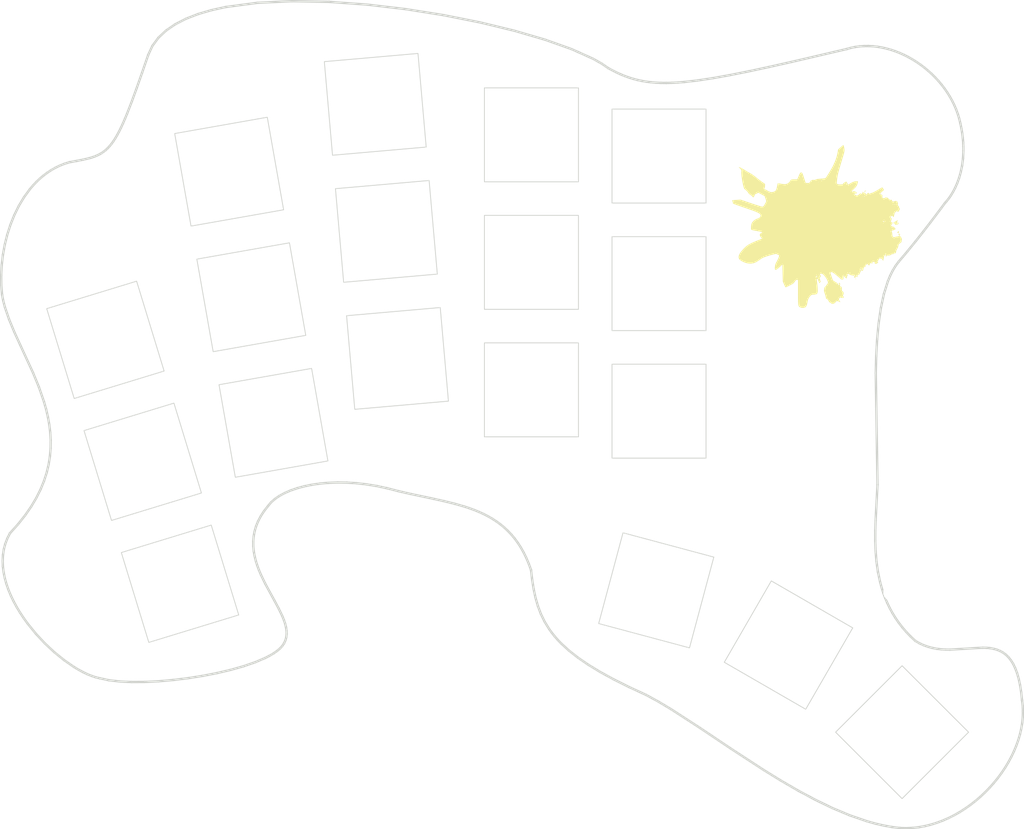
<source format=kicad_pcb>
(kicad_pcb (version 20211014) (generator pcbnew)
  (title_block (title "owl_generated") (rev "v1.0.0") (company "Unknown"))
  (layers (0 "F.Cu" signal) (31 "B.Cu" signal) (34 "B.Paste" user) (35 "F.Paste" user) (36 "B.SilkS" user "B.Silkscreen") (37 "F.SilkS" user "F.Silkscreen") (38 "B.Mask" user) (39 "F.Mask" user) (44 "Edge.Cuts" user))
  (net 0 "")
  (footprint "switch_cut" (layer "F.Cu") (at 76.359108 -73.143828 -170)
    (fp_text reference "S24" hide)
    (fp_text value "" hide)
    (fp_rect (start -7 -7) (end 7 7) (layer "Edge.Cuts") (width 0.12) (fill none))
  )
  (footprint "switch_cut" (layer "F.Cu") (at 114.768682 -78.054834 180)
    (fp_text reference "S24" hide)
    (fp_text value "" hide)
    (fp_rect (start -7 -7) (end 7 7) (layer "Edge.Cuts") (width 0.12) (fill none))
  )
  (footprint "SMDPad" (layer "F.Cu") (at 168.768682 -112.888168)
    (fp_text reference "MOUNTING_PAD2" hide)
    (fp_text value "" hide)
    (pad "" np_thru_hole circle locked (at 0 0) (size 3.2 3.2) (drill 3.2) (layers *.Cu *.Mask))
  )
  (footprint "switch_cut" (layer "F.Cu") (at 51.334813 -85.509371 -163)
    (fp_text reference "S24" hide)
    (fp_text value "" hide)
    (fp_rect (start -7 -7) (end 7 7) (layer "Edge.Cuts") (width 0.12) (fill none))
  )
  (footprint "switch_cut" (layer "F.Cu") (at 133.356349 -48.18812 165)
    (fp_text reference "S24" hide)
    (fp_text value "" hide)
    (fp_rect (start -7 -7) (end 7 7) (layer "Edge.Cuts") (width 0.12) (fill none))
  )
  (footprint "switch_cut" (layer "F.Cu") (at 69.760477 -110.566523 -170)
    (fp_text reference "S24" hide)
    (fp_text value "" hide)
    (fp_rect (start -7 -7) (end 7 7) (layer "Edge.Cuts") (width 0.12) (fill none))
  )
  (footprint "SMDPad" (layer "F.Cu") (at 168.768682 -48)
    (fp_text reference "MOUNTING_PAD1" hide)
    (fp_text value "" hide)
    (pad "" np_thru_hole circle locked (at 0 0) (size 3.2 3.2) (drill 3.2) (layers *.Cu *.Mask))
  )
  (footprint "LOGO" (layer "F.Cu") (at 155.4 -102)
    (fp_text reference "G***" (at 0 0) (layer "F.SilkS") (effects (font (size 1.524 1.524) (thickness 0.3))))
    (fp_text value "LOGO" hide)
  )
  (footprint "SMDPad" (layer "F.Cu") (at 51 -41.8 -17)
    (fp_text reference "MOUNTING_PAD4" hide)
    (fp_text value "" hide)
    (pad "" np_thru_hole circle locked (at 0 0) (size 3.2 3.2) (drill 3.2) (layers *.Cu *.Mask))
  )
  (footprint "switch_cut" (layer "F.Cu") (at 73.059792 -91.855176 -170)
    (fp_text reference "S24" hide)
    (fp_text value "" hide)
    (fp_rect (start -7 -7) (end 7 7) (layer "Edge.Cuts") (width 0.12) (fill none))
  )
  (footprint "SMDPad" (layer "F.Cu") (at 51 -107.8 -17)
    (fp_text reference "MOUNTING_PAD3" hide)
    (fp_text value "" hide)
    (pad "" np_thru_hole circle locked (at 0 0) (size 3.2 3.2) (drill 3.2) (layers *.Cu *.Mask))
  )
  (footprint "switch_cut" (layer "F.Cu") (at 93.172512 -101.668094 -175)
    (fp_text reference "S24" hide)
    (fp_text value "" hide)
    (fp_rect (start -7 -7) (end 7 7) (layer "Edge.Cuts") (width 0.12) (fill none))
  )
  (footprint "switch_cut" (layer "F.Cu") (at 114.768682 -97.054834 180)
    (fp_text reference "S24" hide)
    (fp_text value "" hide)
    (fp_rect (start -7 -7) (end 7 7) (layer "Edge.Cuts") (width 0.12) (fill none))
  )
  (footprint "switch_cut" (layer "F.Cu") (at 94.828471 -82.740394 -175)
    (fp_text reference "S24" hide)
    (fp_text value "" hide)
    (fp_rect (start -7 -7) (end 7 7) (layer "Edge.Cuts") (width 0.12) (fill none))
  )
  (footprint "switch_cut" (layer "F.Cu") (at 56.889875 -67.339581 -163)
    (fp_text reference "S24" hide)
    (fp_text value "" hide)
    (fp_rect (start -7 -7) (end 7 7) (layer "Edge.Cuts") (width 0.12) (fill none))
  )
  (footprint "switch_cut" (layer "F.Cu") (at 169.963375 -27.053044 135)
    (fp_text reference "S24" hide)
    (fp_text value "" hide)
    (fp_rect (start -7 -7) (end 7 7) (layer "Edge.Cuts") (width 0.12) (fill none))
  )
  (footprint "switch_cut" (layer "F.Cu") (at 91.516553 -120.595793 -175)
    (fp_text reference "S24" hide)
    (fp_text value "" hide)
    (fp_rect (start -7 -7) (end 7 7) (layer "Edge.Cuts") (width 0.12) (fill none))
  )
  (footprint "switch_cut" (layer "F.Cu") (at 133.768682 -93.888168 180)
    (fp_text reference "S24" hide)
    (fp_text value "" hide)
    (fp_rect (start -7 -7) (end 7 7) (layer "Edge.Cuts") (width 0.12) (fill none))
  )
  (footprint "switch_cut" (layer "F.Cu") (at 153.051105 -40.030285 150)
    (fp_text reference "S24" hide)
    (fp_text value "" hide)
    (fp_rect (start -7 -7) (end 7 7) (layer "Edge.Cuts") (width 0.12) (fill none))
  )
  (footprint "switch_cut" (layer "F.Cu") (at 133.768682 -74.888168 180)
    (fp_text reference "S24" hide)
    (fp_text value "" hide)
    (fp_rect (start -7 -7) (end 7 7) (layer "Edge.Cuts") (width 0.12) (fill none))
  )
  (footprint "switch_cut" (layer "F.Cu") (at 62.444938 -49.16979 -163)
    (fp_text reference "S24" hide)
    (fp_text value "" hide)
    (fp_rect (start -7 -7) (end 7 7) (layer "Edge.Cuts") (width 0.12) (fill none))
  )
  (footprint "switch_cut" (layer "F.Cu") (at 114.768682 -116.054834 180)
    (fp_text reference "S24" hide)
    (fp_text value "" hide)
    (fp_rect (start -7 -7) (end 7 7) (layer "Edge.Cuts") (width 0.12) (fill none))
  )
  (footprint "switch_cut" (layer "F.Cu") (at 133.768682 -112.888168 180)
    (fp_text reference "S24" hide)
    (fp_text value "" hide)
    (fp_rect (start -7 -7) (end 7 7) (layer "Edge.Cuts") (width 0.12) (fill none))
  )
  (gr_line (start 175.153995 -39.475462) (end 175.802236 -39.399157) (layer "Edge.Cuts") (width 0.352777))
  (gr_line (start 147.048058 -125.497982) (end 150.160788 -126.166225) (layer "Edge.Cuts") (width 0.352777))
  (gr_line (start 112.221658 -131.564203) (end 116.808521 -130.224125) (layer "Edge.Cuts") (width 0.352777))
  (gr_line (start 76.553969 -61.783461) (end 75.992183 -61.283435) (layer "Edge.Cuts") (width 0.352777))
  (gr_line (start 36.590763 -49.149454) (end 36.350581 -50.019996) (layer "Edge.Cuts") (width 0.352777))
  (gr_line (start 41.035835 -61.936197) (end 41.673317 -63.21006) (layer "Edge.Cuts") (width 0.352777))
  (gr_line (start 48.652519 -35.69057) (end 47.985329 -36.008821) (layer "Edge.Cuts") (width 0.352777))
  (gr_line (start 42.508395 -75.155431) (end 42.193412 -76.271225) (layer "Edge.Cuts") (width 0.352777))
  (gr_line (start 39.166544 -44.049196) (end 38.623026 -44.870709) (layer "Edge.Cuts") (width 0.352777))
  (gr_line (start 85.900491 -64.256843) (end 84.559681 -64.207208) (layer "Edge.Cuts") (width 0.352777))
  (gr_line (start 178.797858 -116.993333) (end 178.914174 -116.284813) (layer "Edge.Cuts") (width 0.352777))
  (gr_line (start 78.890452 -63.058313) (end 78.009693 -62.674652) (layer "Edge.Cuts") (width 0.352777))
  (gr_line (start 187.851102 -28.448408) (end 187.710747 -27.593223) (layer "Edge.Cuts") (width 0.352777))
  (gr_line (start 176.356192 -105.907564) (end 176.356192 -105.907564) (layer "Edge.Cuts") (width 0.352777))
  (gr_line (start 187.324388 -35.017409) (end 187.527888 -34.071584) (layer "Edge.Cuts") (width 0.352777))
  (gr_line (start 79.864359 -63.395682) (end 78.890452 -63.058313) (layer "Edge.Cuts") (width 0.352777))
  (gr_line (start 126.261721 -125.955877) (end 127.473792 -125.33034) (layer "Edge.Cuts") (width 0.352777))
  (gr_line (start 78.137328 -40.737733) (end 77.931147 -40.291061) (layer "Edge.Cuts") (width 0.352777))
  (gr_line (start 174.505996 -39.595677) (end 175.153995 -39.475462) (layer "Edge.Cuts") (width 0.352777))
  (gr_line (start 125.233948 -126.664227) (end 126.261721 -125.955877) (layer "Edge.Cuts") (width 0.352777))
  (gr_line (start 36.891931 -48.28014) (end 36.590763 -49.149454) (layer "Edge.Cuts") (width 0.352777))
  (gr_line (start 162.993212 -129.145407) (end 163.644804 -129.233531) (layer "Edge.Cuts") (width 0.352777))
  (gr_line (start 69.981232 -36.334726) (end 67.938806 -35.854999) (layer "Edge.Cuts") (width 0.352777))
  (gr_line (start 83.279073 -64.092523) (end 82.065258 -63.916539) (layer "Edge.Cuts") (width 0.352777))
  (gr_line (start 36.083164 -53.458881) (end 36.210499 -54.293894) (layer "Edge.Cuts") (width 0.352777))
  (gr_line (start 84.633151 -135.863504) (end 90.318501 -135.455718) (layer "Edge.Cuts") (width 0.352777))
  (gr_line (start 57.706385 -127.956123) (end 58.330782 -129.306299) (layer "Edge.Cuts") (width 0.352777))
  (gr_line (start 37.125311 -56.695194) (end 38.321166 -58.027331) (layer "Edge.Cuts") (width 0.352777))
  (gr_line (start 63.336268 -133.35033) (end 65.129693 -134.046906) (layer "Edge.Cuts") (width 0.352777))
  (gr_line (start 51.94784 -114.354691) (end 52.233031 -114.701859) (layer "Edge.Cuts") (width 0.352777))
  (gr_line (start 178.16418 -108.840023) (end 177.858599 -108.150618) (layer "Edge.Cuts") (width 0.352777))
  (gr_line (start 54.565887 -119.21911) (end 55.235788 -120.945633) (layer "Edge.Cuts") (width 0.352777))
  (gr_line (start 179.333127 -15.654063) (end 178.528406 -15.142863) (layer "Edge.Cuts") (width 0.352777))
  (gr_line (start 133.632145 -31.633937) (end 131.81798 -32.618179) (layer "Edge.Cuts") (width 0.352777))
  (gr_line (start 115.373241 -47.106486) (end 115.095871 -48.409072) (layer "Edge.Cuts") (width 0.352777))
  (gr_line (start 38.321166 -58.027331) (end 39.366827 -59.344859) (layer "Edge.Cuts") (width 0.352777))
  (gr_line (start 73.547755 -53.313539) (end 73.721735 -52.605741) (layer "Edge.Cuts") (width 0.352777))
  (gr_line (start 75.992183 -61.283435) (end 75.549898 -60.752125) (layer "Edge.Cuts") (width 0.352777))
  (gr_line (start 137.506519 -123.924321) (end 139.514407 -124.15378) (layer "Edge.Cuts") (width 0.352777))
  (gr_line (start 111.775479 -56.503268) (end 111.251465 -57.055907) (layer "Edge.Cuts") (width 0.352777))
  (gr_line (start 136.58038 -123.850315) (end 137.506519 -123.924321) (layer "Edge.Cuts") (width 0.352777))
  (gr_line (start 75.793567 -38.451924) (end 75.132861 -38.112906) (layer "Edge.Cuts") (width 0.352777))
  (gr_line (start 179.08742 -114.301364) (end 179.092632 -113.687476) (layer "Edge.Cuts") (width 0.352777))
  (gr_line (start 114.373489 -52.149552) (end 114.009372 -53.01148) (layer "Edge.Cuts") (width 0.352777))
  (gr_line (start 187.710747 -27.593223) (end 187.515291 -26.738506) (layer "Edge.Cuts") (width 0.352777))
  (gr_line (start 176.356192 -105.907564) (end 175.752611 -105.089013) (layer "Edge.Cuts") (width 0.352777))
  (gr_line (start 166.370616 -50.919809) (end 166.703368 -49.359573) (layer "Edge.Cuts") (width 0.352777))
  (gr_line (start 126.261721 -125.955877) (end 126.261721 -125.955877) (layer "Edge.Cuts") (width 0.352777))
  (gr_line (start 93.276987 -63.397951) (end 93.276987 -63.397951) (layer "Edge.Cuts") (width 0.352777))
  (gr_line (start 178.449089 -109.622446) (end 178.16418 -108.840023) (layer "Edge.Cuts") (width 0.352777))
  (gr_line (start 39.366827 -59.344859) (end 40.269361 -60.647806) (layer "Edge.Cuts") (width 0.352777))
  (gr_line (start 150.160788 -126.166225) (end 153.623368 -126.945339) (layer "Edge.Cuts") (width 0.352777))
  (gr_line (start 170.106565 -97.913892) (end 169.477015 -97.176342) (layer "Edge.Cuts") (width 0.352777))
  (gr_line (start 50.405001 -113.12637) (end 50.735738 -113.31472) (layer "Edge.Cuts") (width 0.352777))
  (gr_line (start 53.650742 -117.116063) (end 53.946463 -117.756322) (layer "Edge.Cuts") (width 0.352777))
  (gr_line (start 170.009997 -42.656654) (end 170.602139 -41.969214) (layer "Edge.Cuts") (width 0.352777))
  (gr_line (start 39.216857 -106.76043) (end 40.088223 -107.954777) (layer "Edge.Cuts") (width 0.352777))
  (gr_line (start 144.476122 -24.598525) (end 139.837665 -27.707352) (layer "Edge.Cuts") (width 0.352777))
  (gr_line (start 57.19441 -34.536392) (end 55.2357 -34.524851) (layer "Edge.Cuts") (width 0.352777))
  (gr_line (start 178.649245 -117.725591) (end 178.649245 -117.725591) (layer "Edge.Cuts") (width 0.352777))
  (gr_line (start 51.847447 -34.795289) (end 50.502653 -35.087604) (layer "Edge.Cuts") (width 0.352777))
  (gr_line (start 76.503325 -46.656554) (end 77.147925 -45.455898) (layer "Edge.Cuts") (width 0.352777))
  (gr_line (start 52.233031 -114.701859) (end 52.515038 -115.090109) (layer "Edge.Cuts") (width 0.352777))
  (gr_line (start 171.965759 -100.177702) (end 170.734823 -98.665653) (layer "Edge.Cuts") (width 0.352777))
  (gr_line (start 171.246927 -41.297857) (end 171.946459 -40.643844) (layer "Edge.Cuts") (width 0.352777))
  (gr_line (start 96.775441 -62.549719) (end 95.03998 -62.946871) (layer "Edge.Cuts") (width 0.352777))
  (gr_line (start 186.811483 -36.585598) (end 187.085085 -35.853277) (layer "Edge.Cuts") (width 0.352777))
  (gr_line (start 166.243721 -85.565606) (end 166.106583 -83.087273) (layer "Edge.Cuts") (width 0.352777))
  (gr_line (start 179 -115.6) (end 179.057146 -114.938861) (layer "Edge.Cuts") (width 0.352777))
  (gr_line (start 117.80603 -41.867288) (end 117.41331 -42.412903) (layer "Edge.Cuts") (width 0.352777))
  (gr_line (start 78.263879 -41.201039) (end 78.137328 -40.737733) (layer "Edge.Cuts") (width 0.352777))
  (gr_line (start 173.327946 -13.054039) (end 172.41787 -12.892025) (layer "Edge.Cuts") (width 0.352777))
  (gr_line (start 177.702627 -14.674134) (end 176.857792 -14.250347) (layer "Edge.Cuts") (width 0.352777))
  (gr_line (start 170.242436 -127.965363) (end 170.874132 -127.647054) (layer "Edge.Cuts") (width 0.352777))
  (gr_line (start 166.703368 -49.359573) (end 166.916172 -48.584057) (layer "Edge.Cuts") (width 0.352777))
  (gr_line (start 118.705289 -40.792077) (end 118.236022 -41.327357) (layer "Edge.Cuts") (width 0.352777))
  (gr_line (start 131.81798 -32.618179) (end 131.81798 -32.618179) (layer "Edge.Cuts") (width 0.352777))
  (gr_line (start 175.752611 -105.089013) (end 174.173379 -102.997159) (layer "Edge.Cuts") (width 0.352777))
  (gr_line (start 37.772659 -104.10444) (end 38.445061 -105.471773) (layer "Edge.Cuts") (width 0.352777))
  (gr_line (start 47.985329 -36.008821) (end 47.299853 -36.381074) (layer "Edge.Cuts") (width 0.352777))
  (gr_line (start 167.20858 -13.149134) (end 165.965811 -13.437826) (layer "Edge.Cuts") (width 0.352777))
  (gr_line (start 57.706385 -127.956123) (end 57.706385 -127.956123) (layer "Edge.Cuts") (width 0.352777))
  (gr_line (start 45.246264 -111.743126) (end 45.944758 -111.96475) (layer "Edge.Cuts") (width 0.352777))
  (gr_line (start 166.042721 -80.566281) (end 166.302023 -63.927116) (layer "Edge.Cuts") (width 0.352777))
  (gr_line (start 182.519348 -39.624194) (end 183.053351 -39.574727) (layer "Edge.Cuts") (width 0.352777))
  (gr_line (start 176.962529 -106.637923) (end 176.527069 -106.089809) (layer "Edge.Cuts") (width 0.352777))
  (gr_line (start 63.620377 -35.096047) (end 61.429123 -34.827158) (layer "Edge.Cuts") (width 0.352777))
  (gr_line (start 101.709475 -133.882878) (end 107.143352 -132.79698) (layer "Edge.Cuts") (width 0.352777))
  (gr_line (start 187.266738 -25.886728) (end 186.96709 -25.040359) (layer "Edge.Cuts") (width 0.352777))
  (gr_line (start 51.360008 -113.771178) (end 51.657491 -114.0455) (layer "Edge.Cuts") (width 0.352777))
  (gr_line (start 35.950566 -92.209244) (end 35.950566 -92.209244) (layer "Edge.Cuts") (width 0.352777))
  (gr_line (start 185.404106 -38.607639) (end 185.799892 -38.225393) (layer "Edge.Cuts") (width 0.352777))
  (gr_line (start 182.970774 -18.760657) (end 182.301381 -18.074162) (layer "Edge.Cuts") (width 0.352777))
  (gr_line (start 186.618349 -24.201871) (end 186.222517 -23.373735) (layer "Edge.Cuts") (width 0.352777))
  (gr_line (start 53.946463 -117.756322) (end 54.250853 -118.456303) (layer "Edge.Cuts") (width 0.352777))
  (gr_line (start 186.167384 -37.765245) (end 186.505082 -37.220783) (layer "Edge.Cuts") (width 0.352777))
  (gr_line (start 139.837665 -27.707352) (end 135.582442 -30.466022) (layer "Edge.Cuts") (width 0.352777))
  (gr_line (start 73.962087 -135.723911) (end 79.135722 -135.966094) (layer "Edge.Cuts") (width 0.352777))
  (gr_line (start 77.228669 -62.248451) (end 76.553969 -61.783461) (layer "Edge.Cuts") (width 0.352777))
  (gr_line (start 128.682247 -124.810032) (end 129.294322 -124.589486) (layer "Edge.Cuts") (width 0.352777))
  (gr_line (start 179.057146 -114.938861) (end 179.08742 -114.301364) (layer "Edge.Cuts") (width 0.352777))
  (gr_line (start 167.76549 -46.291034) (end 168.125895 -45.542067) (layer "Edge.Cuts") (width 0.352777))
  (gr_line (start 39.746015 -43.245575) (end 39.166544 -44.049196) (layer "Edge.Cuts") (width 0.352777))
  (gr_line (start 185.297594 -21.758399) (end 184.772507 -20.976141) (layer "Edge.Cuts") (width 0.352777))
  (gr_line (start 116.731686 -43.525321) (end 116.175139 -44.672879) (layer "Edge.Cuts") (width 0.352777))
  (gr_line (start 176.27626 -122.959368) (end 176.688751 -122.363589) (layer "Edge.Cuts") (width 0.352777))
  (gr_line (start 41.059336 -109.039182) (end 41.582351 -109.535272) (layer "Edge.Cuts") (width 0.352777))
  (gr_line (start 42.130369 -109.998015) (end 42.703412 -110.425456) (layer "Edge.Cuts") (width 0.352777))
  (gr_line (start 35.834136 -93.643239) (end 35.815696 -95.123615) (layer "Edge.Cuts") (width 0.352777))
  (gr_line (start 108.287846 -59.230764) (end 107.631839 -59.56592) (layer "Edge.Cuts") (width 0.352777))
  (gr_line (start 135.701202 -123.803381) (end 136.58038 -123.850315) (layer "Edge.Cuts") (width 0.352777))
  (gr_line (start 41.582351 -109.535272) (end 42.130369 -109.998015) (layer "Edge.Cuts") (width 0.352777))
  (gr_line (start 100.138958 -61.835596) (end 96.775441 -62.549719) (layer "Edge.Cuts") (width 0.352777))
  (gr_line (start 173.267527 -126.078937) (end 173.824292 -125.618517) (layer "Edge.Cuts") (width 0.352777))
  (gr_line (start 149.390283 -21.395895) (end 144.476122 -24.598525) (layer "Edge.Cuts") (width 0.352777))
  (gr_line (start 43.301501 -110.815641) (end 43.924658 -111.166618) (layer "Edge.Cuts") (width 0.352777))
  (gr_line (start 110.132401 -58.035866) (end 109.538902 -58.468287) (layer "Edge.Cuts") (width 0.352777))
  (gr_line (start 166.966229 -129.061304) (end 167.631676 -128.91175) (layer "Edge.Cuts") (width 0.352777))
  (gr_line (start 178.271101 -119.123565) (end 178.48002 -118.430795) (layer "Edge.Cuts") (width 0.352777))
  (gr_line (start 172.100802 -126.919839) (end 172.692481 -126.513066) (layer "Edge.Cuts") (width 0.352777))
  (gr_line (start 167.162728 -47.813289) (end 167.445134 -47.048528) (layer "Edge.Cuts") (width 0.352777))
  (gr_line (start 185.781599 -22.55842) (end 185.297594 -21.758399) (layer "Edge.Cuts") (width 0.352777))
  (gr_line (start 129.290233 -33.786408) (end 127.031649 -34.915363) (layer "Edge.Cuts") (width 0.352777))
  (gr_line (start 45.944758 -111.96475) (end 47.051905 -112.166626) (layer "Edge.Cuts") (width 0.352777))
  (gr_line (start 171.946459 -40.643844) (end 171.946459 -40.643844) (layer "Edge.Cuts") (width 0.352777))
  (gr_line (start 43.074671 -68.160753) (end 43.173203 -69.362369) (layer "Edge.Cuts") (width 0.352777))
  (gr_line (start 121.710774 -38.149265) (end 120.368745 -39.203806) (layer "Edge.Cuts") (width 0.352777))
  (gr_line (start 182.301381 -18.074162) (end 181.600917 -17.417784) (layer "Edge.Cuts") (width 0.352777))
  (gr_line (start 69.24812 -135.097374) (end 73.962087 -135.723911) (layer "Edge.Cuts") (width 0.352777))
  (gr_line (start 61.74268 -132.532928) (end 63.336268 -133.35033) (layer "Edge.Cuts") (width 0.352777))
  (gr_line (start 54.250853 -118.456303) (end 54.565887 -119.21911) (layer "Edge.Cuts") (width 0.352777))
  (gr_line (start 175.995904 -13.873974) (end 175.118965 -13.547484) (layer "Edge.Cuts") (width 0.352777))
  (gr_line (start 73.939139 -51.906178) (end 74.193815 -51.215272) (layer "Edge.Cuts") (width 0.352777))
  (gr_line (start 107.631839 -59.56592) (end 106.956547 -59.873755) (layer "Edge.Cuts") (width 0.352777))
  (gr_line (start 186.505082 -37.220783) (end 186.811483 -36.585598) (layer "Edge.Cuts") (width 0.352777))
  (gr_line (start 166.147676 -52.483921) (end 166.370616 -50.919809) (layer "Edge.Cuts") (width 0.352777))
  (gr_line (start 168.293668 -128.726313) (end 168.950556 -128.506059) (layer "Edge.Cuts") (width 0.352777))
  (gr_line (start 123.257929 -37.088523) (end 121.710774 -38.149265) (layer "Edge.Cuts") (width 0.352777))
  (gr_line (start 166.106583 -83.087273) (end 166.042721 -80.566281) (layer "Edge.Cuts") (width 0.352777))
  (gr_line (start 174.876393 -124.62307) (end 175.368433 -124.090175) (layer "Edge.Cuts") (width 0.352777))
  (gr_line (start 178.48002 -118.430795) (end 178.649245 -117.725591) (layer "Edge.Cuts") (width 0.352777))
  (gr_line (start 42.772128 -74.025399) (end 42.508395 -75.155431) (layer "Edge.Cuts") (width 0.352777))
  (gr_line (start 77.931147 -40.291061) (end 77.931147 -40.291061) (layer "Edge.Cuts") (width 0.352777))
  (gr_line (start 75.549898 -60.752125) (end 75.549898 -60.752125) (layer "Edge.Cuts") (width 0.352777))
  (gr_line (start 36.124395 -91.317647) (end 35.950566 -92.209244) (layer "Edge.Cuts") (width 0.352777))
  (gr_line (start 116.175139 -44.672879) (end 115.72766 -45.863845) (layer "Edge.Cuts") (width 0.352777))
  (gr_line (start 168.573348 -95.840247) (end 168.184988 -95.058606) (layer "Edge.Cuts") (width 0.352777))
  (gr_line (start 50.059228 -112.960464) (end 50.405001 -113.12637) (layer "Edge.Cuts") (width 0.352777))
  (gr_line (start 184.062012 -39.351076) (end 184.533665 -39.16407) (layer "Edge.Cuts") (width 0.352777))
  (gr_line (start 37.125311 -56.695194) (end 37.125311 -56.695194) (layer "Edge.Cuts") (width 0.352777))
  (gr_line (start 163.644804 -129.233531) (end 164.302823 -129.279378) (layer "Edge.Cuts") (width 0.352777))
  (gr_line (start 166.800091 -90.22548) (end 166.469702 -87.959076) (layer "Edge.Cuts") (width 0.352777))
  (gr_line (start 78.316952 -41.680558) (end 78.263879 -41.201039) (layer "Edge.Cuts") (width 0.352777))
  (gr_line (start 51.053415 -113.528621) (end 51.360008 -113.771178) (layer "Edge.Cuts") (width 0.352777))
  (gr_line (start 178.899018 -111.467376) (end 178.698858 -110.498144) (layer "Edge.Cuts") (width 0.352777))
  (gr_line (start 173.126414 -101.644274) (end 171.965759 -100.177702) (layer "Edge.Cuts") (width 0.352777))
  (gr_line (start 167.250451 -92.322612) (end 166.800091 -90.22548) (layer "Edge.Cuts") (width 0.352777))
  (gr_line (start 47.299853 -36.381074) (end 46.600264 -36.804551) (layer "Edge.Cuts") (width 0.352777))
  (gr_line (start 38.119634 -45.707338) (end 37.660539 -46.556305) (layer "Edge.Cuts") (width 0.352777))
  (gr_line (start 151.91715 -19.839516) (end 149.390283 -21.395895) (layer "Edge.Cuts") (width 0.352777))
  (gr_line (start 105.551205 -60.417661) (end 104.822706 -60.658834) (layer "Edge.Cuts") (width 0.352777))
  (gr_line (start 120.768068 -128.816326) (end 123.964426 -127.380384) (layer "Edge.Cuts") (width 0.352777))
  (gr_line (start 45.175433 -37.794067) (end 43.744215 -38.955148) (layer "Edge.Cuts") (width 0.352777))
  (gr_line (start 53.077405 -116.002282) (end 53.361715 -116.532419) (layer "Edge.Cuts") (width 0.352777))
  (gr_line (start 110.703514 -57.565922) (end 110.132401 -58.035866) (layer "Edge.Cuts") (width 0.352777))
  (gr_line (start 35.89542 -96.634738) (end 36.073484 -98.160976) (layer "Edge.Cuts") (width 0.352777))
  (gr_line (start 74.062608 -58.463463) (end 73.76034 -57.70977) (layer "Edge.Cuts") (width 0.352777))
  (gr_line (start 131.206125 -124.086983) (end 131.880858 -123.972724) (layer "Edge.Cuts") (width 0.352777))
  (gr_line (start 44.572905 -111.476431) (end 45.246264 -111.743126) (layer "Edge.Cuts") (width 0.352777))
  (gr_line (start 179.092632 -113.687476) (end 179.035099 -112.530401) (layer "Edge.Cuts") (width 0.352777))
  (gr_line (start 169.477015 -97.176342) (end 169.477015 -97.176342) (layer "Edge.Cuts") (width 0.352777))
  (gr_line (start 166.469702 -87.959076) (end 166.243721 -85.565606) (layer "Edge.Cuts") (width 0.352777))
  (gr_line (start 91.733991 -63.729844) (end 90.218255 -63.977928) (layer "Edge.Cuts") (width 0.352777))
  (gr_line (start 60.365913 -131.589754) (end 61.74268 -132.532928) (layer "Edge.Cuts") (width 0.352777))
  (gr_line (start 40.562318 -80.592556) (end 38.676603 -84.688207) (layer "Edge.Cuts") (width 0.352777))
  (gr_line (start 50.735738 -113.31472) (end 51.053415 -113.528621) (layer "Edge.Cuts") (width 0.352777))
  (gr_line (start 36.360053 -90.412238) (end 36.124395 -91.317647) (layer "Edge.Cuts") (width 0.352777))
  (gr_line (start 144.255721 -124.940141) (end 147.048058 -125.497982) (layer "Edge.Cuts") (width 0.352777))
  (gr_line (start 65.804396 -35.440383) (end 63.620377 -35.096047) (layer "Edge.Cuts") (width 0.352777))
  (gr_line (start 73.721735 -52.605741) (end 73.939139 -51.906178) (layer "Edge.Cuts") (width 0.352777))
  (gr_line (start 168.528449 -44.802885) (end 168.975251 -44.07475) (layer "Edge.Cuts") (width 0.352777))
  (gr_line (start 71.8893 -36.874399) (end 69.981232 -36.334726) (layer "Edge.Cuts") (width 0.352777))
  (gr_line (start 165.969783 -57.098742) (end 165.964054 -55.583464) (layer "Edge.Cuts") (width 0.352777))
  (gr_line (start 48.911946 -112.566348) (end 49.314676 -112.683559) (layer "Edge.Cuts") (width 0.352777))
  (gr_line (start 53.439254 -34.609428) (end 51.847447 -34.795289) (layer "Edge.Cuts") (width 0.352777))
  (gr_line (start 180.114788 -16.205263) (end 179.333127 -15.654063) (layer "Edge.Cuts") (width 0.352777))
  (gr_line (start 90.318501 -135.455718) (end 96.0559 -134.782317) (layer "Edge.Cuts") (width 0.352777))
  (gr_line (start 172.41787 -12.892025) (end 171.500753 -12.789778) (layer "Edge.Cuts") (width 0.352777))
  (gr_line (start 37.249914 -47.414831) (end 36.891931 -48.28014) (layer "Edge.Cuts") (width 0.352777))
  (gr_line (start 41.673317 -63.21006) (end 42.188874 -64.46942) (layer "Edge.Cuts") (width 0.352777))
  (gr_line (start 38.623026 -44.870709) (end 38.119634 -45.707338) (layer "Edge.Cuts") (width 0.352777))
  (gr_line (start 42.977543 -72.881104) (end 42.772128 -74.025399) (layer "Edge.Cuts") (width 0.352777))
  (gr_line (start 73.620634 -37.468848) (end 71.8893 -36.874399) (layer "Edge.Cuts") (width 0.352777))
  (gr_line (start 36.7274 -55.914829) (end 37.125311 -56.695194) (layer "Edge.Cuts") (width 0.352777))
  (gr_line (start 172.692481 -126.513066) (end 173.267527 -126.078937) (layer "Edge.Cuts") (width 0.352777))
  (gr_line (start 153.623368 -126.945339) (end 161.715899 -128.838062) (layer "Edge.Cuts") (width 0.352777))
  (gr_line (start 177.740771 -120.467537) (end 178.024136 -119.802834) (layer "Edge.Cuts") (width 0.352777))
  (gr_line (start 104.822706 -60.658834) (end 103.317929 -61.092367) (layer "Edge.Cuts") (width 0.352777))
  (gr_line (start 167.836349 -94.208269) (end 167.250451 -92.322612) (layer "Edge.Cuts") (width 0.352777))
  (gr_line (start 43.185148 -70.549615) (end 43.117572 -71.722518) (layer "Edge.Cuts") (width 0.352777))
  (gr_line (start 42.188874 -64.46942) (end 42.589574 -65.714305) (layer "Edge.Cuts") (width 0.352777))
  (gr_line (start 65.129693 -134.046906) (end 67.105972 -134.627606) (layer "Edge.Cuts") (width 0.352777))
  (gr_line (start 169.653406 -12.774467) (end 168.438339 -12.926679) (layer "Edge.Cuts") (width 0.352777))
  (gr_line (start 168.975251 -44.07475) (end 169.468401 -43.35892) (layer "Edge.Cuts") (width 0.352777))
  (gr_line (start 40.996128 -41.703123) (end 39.746015 -43.245575) (layer "Edge.Cuts") (width 0.352777))
  (gr_line (start 187.934355 -29.301591) (end 187.851102 -28.448408) (layer "Edge.Cuts") (width 0.352777))
  (gr_line (start 53.361715 -116.532419) (end 53.650742 -117.116063) (layer "Edge.Cuts") (width 0.352777))
  (gr_line (start 75.549898 -60.752125) (end 74.951234 -59.98506) (layer "Edge.Cuts") (width 0.352777))
  (gr_line (start 164.965623 -129.284013) (end 165.631555 -129.248501) (layer "Edge.Cuts") (width 0.352777))
  (gr_line (start 141.754323 -124.49223) (end 144.255721 -124.940141) (layer "Edge.Cuts") (width 0.352777))
  (gr_line (start 55.97197 -122.960742) (end 56.790235 -125.289288) (layer "Edge.Cuts") (width 0.352777))
  (gr_line (start 42.589574 -65.714305) (end 42.882484 -66.94474) (layer "Edge.Cuts") (width 0.352777))
  (gr_line (start 55.235788 -120.945633) (end 55.97197 -122.960742) (layer "Edge.Cuts") (width 0.352777))
  (gr_line (start 171.500753 -12.789778) (end 170.578597 -12.749768) (layer "Edge.Cuts") (width 0.352777))
  (gr_line (start 184.20834 -20.214118) (end 183.607095 -19.474799) (layer "Edge.Cuts") (width 0.352777))
  (gr_line (start 167.631676 -128.91175) (end 168.293668 -128.726313) (layer "Edge.Cuts") (width 0.352777))
  (gr_line (start 187.821474 -31.824417) (end 187.821474 -31.824417) (layer "Edge.Cuts") (width 0.352777))
  (gr_line (start 49.696445 -112.813896) (end 50.059228 -112.960464) (layer "Edge.Cuts") (width 0.352777))
  (gr_line (start 167.445134 -47.048528) (end 167.76549 -46.291034) (layer "Edge.Cuts") (width 0.352777))
  (gr_line (start 47.051905 -112.166626) (end 48.0357 -112.358875) (layer "Edge.Cuts") (width 0.352777))
  (gr_line (start 40.269361 -60.647806) (end 41.035835 -61.936197) (layer "Edge.Cuts") (width 0.352777))
  (gr_line (start 175.802236 -39.399157) (end 176.449217 -39.360348) (layer "Edge.Cuts") (width 0.352777))
  (gr_line (start 175.118965 -13.547484) (end 174.228978 -13.273349) (layer "Edge.Cuts") (width 0.352777))
  (gr_line (start 42.882484 -66.94474) (end 43.074671 -68.160753) (layer "Edge.Cuts") (width 0.352777))
  (gr_line (start 112.274782 -55.905457) (end 111.775479 -56.503268) (layer "Edge.Cuts") (width 0.352777))
  (gr_line (start 118.236022 -41.327357) (end 117.80603 -41.867288) (layer "Edge.Cuts") (width 0.352777))
  (gr_line (start 169.600695 -128.252054) (end 170.242436 -127.965363) (layer "Edge.Cuts") (width 0.352777))
  (gr_line (start 187.527888 -34.071584) (end 187.694084 -33.00939) (layer "Edge.Cuts") (width 0.352777))
  (gr_line (start 176.688751 -122.363589) (end 177.071431 -121.74898) (layer "Edge.Cuts") (width 0.352777))
  (gr_line (start 168.125895 -45.542067) (end 168.528449 -44.802885) (layer "Edge.Cuts") (width 0.352777))
  (gr_line (start 36.988581 -88.559871) (end 36.360053 -90.412238) (layer "Edge.Cuts") (width 0.352777))
  (gr_line (start 127.031649 -34.915363) (end 125.026217 -36.013312) (layer "Edge.Cuts") (width 0.352777))
  (gr_line (start 46.600264 -36.804551) (end 45.175433 -37.794067) (layer "Edge.Cuts") (width 0.352777))
  (gr_line (start 129.916539 -124.395423) (end 130.552579 -124.227903) (layer "Edge.Cuts") (width 0.352777))
  (gr_line (start 58.330782 -129.306299) (end 59.222953 -130.51586) (layer "Edge.Cuts") (width 0.352777))
  (gr_line (start 106.956547 -59.873755) (end 106.262744 -60.156818) (layer "Edge.Cuts") (width 0.352777))
  (gr_line (start 74.951234 -59.98506) (end 74.457521 -59.222033) (layer "Edge.Cuts") (width 0.352777))
  (gr_line (start 61.429123 -34.827158) (end 59.273009 -34.638884) (layer "Edge.Cuts") (width 0.352777))
  (gr_line (start 181.600917 -17.417784) (end 180.871385 -16.793994) (layer "Edge.Cuts") (width 0.352777))
  (gr_line (start 75.132861 -38.112906) (end 73.620634 -37.468848) (layer "Edge.Cuts") (width 0.352777))
  (gr_line (start 49.314676 -112.683559) (end 49.696445 -112.813896) (layer "Edge.Cuts") (width 0.352777))
  (gr_line (start 78.096834 -43.212197) (end 78.227277 -42.686557) (layer "Edge.Cuts") (width 0.352777))
  (gr_line (start 96.0559 -134.782317) (end 101.709475 -133.882878) (layer "Edge.Cuts") (width 0.352777))
  (gr_line (start 178.914174 -116.284813) (end 179 -115.6) (layer "Edge.Cuts") (width 0.352777))
  (gr_line (start 49.297252 -35.429099) (end 48.652519 -35.69057) (layer "Edge.Cuts") (width 0.352777))
  (gr_line (start 77.330492 -39.529181) (end 76.897679 -39.160707) (layer "Edge.Cuts") (width 0.352777))
  (gr_line (start 187.821474 -31.824417) (end 187.921544 -30.992066) (layer "Edge.Cuts") (width 0.352777))
  (gr_line (start 187.694084 -33.00939) (end 187.821474 -31.824417) (layer "Edge.Cuts") (width 0.352777))
  (gr_line (start 95.03998 -62.946871) (end 93.276987 -63.397951) (layer "Edge.Cuts") (width 0.352777))
  (gr_line (start 50.502653 -35.087604) (end 50.502653 -35.087604) (layer "Edge.Cuts") (width 0.352777))
  (gr_line (start 36.350581 -50.019996) (end 36.175558 -50.888986) (layer "Edge.Cuts") (width 0.352777))
  (gr_line (start 177.422654 -121.116607) (end 177.740771 -120.467537) (layer "Edge.Cuts") (width 0.352777))
  (gr_line (start 59.273009 -34.638884) (end 57.19441 -34.536392) (layer "Edge.Cuts") (width 0.352777))
  (gr_line (start 177.093438 -39.352627) (end 181.967564 -39.640636) (layer "Edge.Cuts") (width 0.352777))
  (gr_line (start 108.923792 -58.865736) (end 108.287846 -59.230764) (layer "Edge.Cuts") (width 0.352777))
  (gr_line (start 73.76034 -57.70977) (end 73.544566 -56.961374) (layer "Edge.Cuts") (width 0.352777))
  (gr_line (start 170.874132 -127.647054) (end 171.494136 -127.29819) (layer "Edge.Cuts") (width 0.352777))
  (gr_line (start 176.449217 -39.360348) (end 177.093438 -39.352627) (layer "Edge.Cuts") (width 0.352777))
  (gr_line (start 127.473792 -125.33034) (end 128.076631 -125.057003) (layer "Edge.Cuts") (width 0.352777))
  (gr_line (start 73.354679 -54.752164) (end 73.423352 -54.029154) (layer "Edge.Cuts") (width 0.352777))
  (gr_line (start 166.302023 -63.927116) (end 166.018144 -58.577587) (layer "Edge.Cuts") (width 0.352777))
  (gr_line (start 76.897679 -39.160707) (end 76.383605 -38.801407) (layer "Edge.Cuts") (width 0.352777))
  (gr_line (start 52.515038 -115.090109) (end 52.795838 -115.522548) (layer "Edge.Cuts") (width 0.352777))
  (gr_line (start 154.47262 -18.355819) (end 151.91715 -19.839516) (layer "Edge.Cuts") (width 0.352777))
  (gr_line (start 75.119946 -49.198684) (end 76.503325 -46.656554) (layer "Edge.Cuts") (width 0.352777))
  (gr_line (start 116.808521 -130.224125) (end 120.768068 -128.816326) (layer "Edge.Cuts") (width 0.352777))
  (gr_line (start 178.649245 -117.725591) (end 178.797858 -116.993333) (layer "Edge.Cuts") (width 0.352777))
  (gr_line (start 185.799892 -38.225393) (end 186.167384 -37.765245) (layer "Edge.Cuts") (width 0.352777))
  (gr_line (start 170.602139 -41.969214) (end 171.246927 -41.297857) (layer "Edge.Cuts") (width 0.352777))
  (gr_line (start 37.779611 -86.651931) (end 36.988581 -88.559871) (layer "Edge.Cuts") (width 0.352777))
  (gr_line (start 36.073484 -98.160976) (end 36.350065 -99.686697) (layer "Edge.Cuts") (width 0.352777))
  (gr_line (start 36.350065 -99.686697) (end 36.725337 -101.19627) (layer "Edge.Cuts") (width 0.352777))
  (gr_line (start 52.795838 -115.522548) (end 53.077405 -116.002282) (layer "Edge.Cuts") (width 0.352777))
  (gr_line (start 186.96709 -25.040359) (end 186.618349 -24.201871) (layer "Edge.Cuts") (width 0.352777))
  (gr_line (start 76.383605 -38.801407) (end 75.793567 -38.451924) (layer "Edge.Cuts") (width 0.352777))
  (gr_line (start 117.41331 -42.412903) (end 116.731686 -43.525321) (layer "Edge.Cuts") (width 0.352777))
  (gr_line (start 78.227277 -42.686557) (end 78.302701 -42.175871) (layer "Edge.Cuts") (width 0.352777))
  (gr_line (start 78.009693 -62.674652) (end 77.228669 -62.248451) (layer "Edge.Cuts") (width 0.352777))
  (gr_line (start 123.964426 -127.380384) (end 125.233948 -126.664227) (layer "Edge.Cuts") (width 0.352777))
  (gr_line (start 55.2357 -34.524851) (end 53.439254 -34.609428) (layer "Edge.Cuts") (width 0.352777))
  (gr_line (start 128.076631 -125.057003) (end 128.682247 -124.810032) (layer "Edge.Cuts") (width 0.352777))
  (gr_line (start 176.857792 -14.250347) (end 175.995904 -13.873974) (layer "Edge.Cuts") (width 0.352777))
  (gr_line (start 38.445061 -105.471773) (end 39.216857 -106.76043) (layer "Edge.Cuts") (width 0.352777))
  (gr_line (start 36.423853 -55.113469) (end 36.7274 -55.914829) (layer "Edge.Cuts") (width 0.352777))
  (gr_line (start 56.790235 -125.289288) (end 57.706385 -127.956123) (layer "Edge.Cuts") (width 0.352777))
  (gr_line (start 131.880858 -123.972724) (end 132.580461 -123.885183) (layer "Edge.Cuts") (width 0.352777))
  (gr_line (start 132.580461 -123.885183) (end 133.308614 -123.82442) (layer "Edge.Cuts") (width 0.352777))
  (gr_line (start 131.81798 -32.618179) (end 129.290233 -33.786408) (layer "Edge.Cuts") (width 0.352777))
  (gr_line (start 79.135722 -135.966094) (end 84.633151 -135.863504) (layer "Edge.Cuts") (width 0.352777))
  (gr_line (start 36.037677 -52.611207) (end 36.083164 -53.458881) (layer "Edge.Cuts") (width 0.352777))
  (gr_line (start 51.657491 -114.0455) (end 51.94784 -114.354691) (layer "Edge.Cuts") (width 0.352777))
  (gr_line (start 178.024136 -119.802834) (end 178.271101 -119.123565) (layer "Edge.Cuts") (width 0.352777))
  (gr_line (start 177.546818 -107.553972) (end 177.243305 -107.049826) (layer "Edge.Cuts") (width 0.352777))
  (gr_line (start 114.009372 -53.01148) (end 113.616668 -53.815485) (layer "Edge.Cuts") (width 0.352777))
  (gr_line (start 168.950556 -128.506059) (end 169.600695 -128.252054) (layer "Edge.Cuts") (width 0.352777))
  (gr_line (start 87.294916 -64.237675) (end 85.900491 -64.256843) (layer "Edge.Cuts") (width 0.352777))
  (gr_line (start 41.437962 -78.460207) (end 40.562318 -80.592556) (layer "Edge.Cuts") (width 0.352777))
  (gr_line (start 43.924658 -111.166618) (end 44.572905 -111.476431) (layer "Edge.Cuts") (width 0.352777))
  (gr_line (start 134.865303 -123.78346) (end 135.701202 -123.803381) (layer "Edge.Cuts") (width 0.352777))
  (gr_line (start 107.143352 -132.79698) (end 112.221658 -131.564203) (layer "Edge.Cuts") (width 0.352777))
  (gr_line (start 181.967564 -39.640636) (end 182.519348 -39.624194) (layer "Edge.Cuts") (width 0.352777))
  (gr_line (start 82.065258 -63.916539) (end 80.924824 -63.683008) (layer "Edge.Cuts") (width 0.352777))
  (gr_line (start 73.544566 -56.961374) (end 73.409133 -56.218694) (layer "Edge.Cuts") (width 0.352777))
  (gr_line (start 80.924824 -63.683008) (end 79.864359 -63.395682) (layer "Edge.Cuts") (width 0.352777))
  (gr_line (start 36.725337 -101.19627) (end 37.199477 -102.674061) (layer "Edge.Cuts") (width 0.352777))
  (gr_line (start 184.772507 -20.976141) (end 184.20834 -20.214118) (layer "Edge.Cuts") (width 0.352777))
  (gr_line (start 172.578471 -40.283884) (end 173.216732 -39.993477) (layer "Edge.Cuts") (width 0.352777))
  (gr_line (start 84.559681 -64.207208) (end 83.279073 -64.092523) (layer "Edge.Cuts") (width 0.352777))
  (gr_line (start 43.744215 -38.955148) (end 42.339988 -40.265574) (layer "Edge.Cuts") (width 0.352777))
  (gr_line (start 48.0357 -112.358875) (end 48.911946 -112.566348) (layer "Edge.Cuts") (width 0.352777))
  (gr_line (start 135.582442 -30.466022) (end 133.632145 -31.633937) (layer "Edge.Cuts") (width 0.352777))
  (gr_line (start 183.053351 -39.574727) (end 183.568073 -39.485825) (layer "Edge.Cuts") (width 0.352777))
  (gr_line (start 42.339988 -40.265574) (end 40.996128 -41.703123) (layer "Edge.Cuts") (width 0.352777))
  (gr_line (start 165.964054 -55.583464) (end 166.017754 -54.041831) (layer "Edge.Cuts") (width 0.352777))
  (gr_line (start 177.243305 -107.049826) (end 176.962529 -106.637923) (layer "Edge.Cuts") (width 0.352777))
  (gr_line (start 171.946459 -40.643844) (end 172.578471 -40.283884) (layer "Edge.Cuts") (width 0.352777))
  (gr_line (start 166.298972 -129.17391) (end 166.966229 -129.061304) (layer "Edge.Cuts") (width 0.352777))
  (gr_line (start 77.917525 -43.752371) (end 78.096834 -43.212197) (layer "Edge.Cuts") (width 0.352777))
  (gr_line (start 184.533665 -39.16407) (end 184.98153 -38.918394) (layer "Edge.Cuts") (width 0.352777))
  (gr_line (start 174.228978 -13.273349) (end 173.327946 -13.054039) (layer "Edge.Cuts") (width 0.352777))
  (gr_line (start 133.308614 -123.82442) (end 134.069001 -123.790492) (layer "Edge.Cuts") (width 0.352777))
  (gr_line (start 120.368745 -39.203806) (end 119.215831 -40.260414) (layer "Edge.Cuts") (width 0.352777))
  (gr_line (start 159.615606 -15.734652) (end 157.043253 -16.97685) (layer "Edge.Cuts") (width 0.352777))
  (gr_line (start 43.117572 -71.722518) (end 42.977543 -72.881104) (layer "Edge.Cuts") (width 0.352777))
  (gr_line (start 168.438339 -12.926679) (end 167.20858 -13.149134) (layer "Edge.Cuts") (width 0.352777))
  (gr_line (start 37.660539 -46.556305) (end 37.249914 -47.414831) (layer "Edge.Cuts") (width 0.352777))
  (gr_line (start 35.815696 -95.123615) (end 35.89542 -96.634738) (layer "Edge.Cuts") (width 0.352777))
  (gr_line (start 73.409133 -56.218694) (end 73.347888 -55.482151) (layer "Edge.Cuts") (width 0.352777))
  (gr_line (start 139.514407 -124.15378) (end 141.754323 -124.49223) (layer "Edge.Cuts") (width 0.352777))
  (gr_line (start 77.147925 -45.455898) (end 77.695502 -44.306659) (layer "Edge.Cuts") (width 0.352777))
  (gr_line (start 134.069001 -123.790492) (end 134.865303 -123.78346) (layer "Edge.Cuts") (width 0.352777))
  (gr_line (start 173.859741 -39.766211) (end 174.505996 -39.595677) (layer "Edge.Cuts") (width 0.352777))
  (gr_line (start 73.423352 -54.029154) (end 73.547755 -53.313539) (layer "Edge.Cuts") (width 0.352777))
  (gr_line (start 101.754612 -61.477821) (end 100.138958 -61.835596) (layer "Edge.Cuts") (width 0.352777))
  (gr_line (start 37.199477 -102.674061) (end 37.772659 -104.10444) (layer "Edge.Cuts") (width 0.352777))
  (gr_line (start 179.035099 -112.530401) (end 178.899018 -111.467376) (layer "Edge.Cuts") (width 0.352777))
  (gr_line (start 45.944758 -111.96475) (end 45.944758 -111.96475) (layer "Edge.Cuts") (width 0.352777))
  (gr_line (start 113.616668 -53.815485) (end 113.196152 -54.564116) (layer "Edge.Cuts") (width 0.352777))
  (gr_line (start 169.653406 -12.774467) (end 169.653406 -12.774467) (layer "Edge.Cuts") (width 0.352777))
  (gr_line (start 169.477015 -97.176342) (end 169.003375 -96.547918) (layer "Edge.Cuts") (width 0.352777))
  (gr_line (start 129.294322 -124.589486) (end 129.916539 -124.395423) (layer "Edge.Cuts") (width 0.352777))
  (gr_line (start 177.858599 -108.150618) (end 177.546818 -107.553972) (layer "Edge.Cuts") (width 0.352777))
  (gr_line (start 88.736367 -64.145954) (end 87.294916 -64.237675) (layer "Edge.Cuts") (width 0.352777))
  (gr_line (start 111.251465 -57.055907) (end 110.703514 -57.565922) (layer "Edge.Cuts") (width 0.352777))
  (gr_line (start 177.071431 -121.74898) (end 177.422654 -121.116607) (layer "Edge.Cuts") (width 0.352777))
  (gr_line (start 112.748598 -55.259923) (end 112.274782 -55.905457) (layer "Edge.Cuts") (width 0.352777))
  (gr_line (start 174.36113 -125.132873) (end 174.876393 -124.62307) (layer "Edge.Cuts") (width 0.352777))
  (gr_line (start 164.71171 -13.78875) (end 162.176239 -14.661271) (layer "Edge.Cuts") (width 0.352777))
  (gr_line (start 162.349695 -129.013939) (end 162.993212 -129.145407) (layer "Edge.Cuts") (width 0.352777))
  (gr_line (start 77.695502 -44.306659) (end 77.917525 -43.752371) (layer "Edge.Cuts") (width 0.352777))
  (gr_line (start 176.527069 -106.089809) (end 176.356192 -105.907564) (layer "Edge.Cuts") (width 0.352777))
  (gr_line (start 186.222517 -23.373735) (end 185.781599 -22.55842) (layer "Edge.Cuts") (width 0.352777))
  (gr_line (start 50.502653 -35.087604) (end 49.915354 -35.227184) (layer "Edge.Cuts") (width 0.352777))
  (gr_line (start 175.835605 -123.535252) (end 176.27626 -122.959368) (layer "Edge.Cuts") (width 0.352777))
  (gr_line (start 161.715899 -128.838062) (end 162.349695 -129.013939) (layer "Edge.Cuts") (width 0.352777))
  (gr_line (start 40.088223 -107.954777) (end 40.5613 -108.511699) (layer "Edge.Cuts") (width 0.352777))
  (gr_line (start 173.216732 -39.993477) (end 173.859741 -39.766211) (layer "Edge.Cuts") (width 0.352777))
  (gr_line (start 180.871385 -16.793994) (end 180.114788 -16.205263) (layer "Edge.Cuts") (width 0.352777))
  (gr_line (start 171.494136 -127.29819) (end 172.100802 -126.919839) (layer "Edge.Cuts") (width 0.352777))
  (gr_line (start 114.708243 -51.22715) (end 114.708243 -51.22715) (layer "Edge.Cuts") (width 0.352777))
  (gr_line (start 106.262744 -60.156818) (end 105.551205 -60.417661) (layer "Edge.Cuts") (width 0.352777))
  (gr_line (start 178.528406 -15.142863) (end 177.702627 -14.674134) (layer "Edge.Cuts") (width 0.352777))
  (gr_line (start 166.302023 -63.927116) (end 166.302023 -63.927116) (layer "Edge.Cuts") (width 0.352777))
  (gr_line (start 178.698858 -110.498144) (end 178.449089 -109.622446) (layer "Edge.Cuts") (width 0.352777))
  (gr_line (start 36.175558 -50.888986) (end 36.069866 -51.753649) (layer "Edge.Cuts") (width 0.352777))
  (gr_line (start 173.824292 -125.618517) (end 174.36113 -125.132873) (layer "Edge.Cuts") (width 0.352777))
  (gr_line (start 130.552579 -124.227903) (end 131.206125 -124.086983) (layer "Edge.Cuts") (width 0.352777))
  (gr_line (start 119.215831 -40.260414) (end 118.705289 -40.792077) (layer "Edge.Cuts") (width 0.352777))
  (gr_line (start 168.184988 -95.058606) (end 167.836349 -94.208269) (layer "Edge.Cuts") (width 0.352777))
  (gr_line (start 169.468401 -43.35892) (end 170.009997 -42.656654) (layer "Edge.Cuts") (width 0.352777))
  (gr_line (start 164.302823 -129.279378) (end 164.965623 -129.284013) (layer "Edge.Cuts") (width 0.352777))
  (gr_line (start 40.5613 -108.511699) (end 41.059336 -109.039182) (layer "Edge.Cuts") (width 0.352777))
  (gr_line (start 38.676603 -84.688207) (end 37.779611 -86.651931) (layer "Edge.Cuts") (width 0.352777))
  (gr_line (start 183.607095 -19.474799) (end 182.970774 -18.760657) (layer "Edge.Cuts") (width 0.352777))
  (gr_line (start 157.043253 -16.97685) (end 154.47262 -18.355819) (layer "Edge.Cuts") (width 0.352777))
  (gr_line (start 90.218255 -63.977928) (end 88.736367 -64.145954) (layer "Edge.Cuts") (width 0.352777))
  (gr_line (start 42.703412 -110.425456) (end 43.301501 -110.815641) (layer "Edge.Cuts") (width 0.352777))
  (gr_line (start 77.931147 -40.291061) (end 77.676747 -39.906181) (layer "Edge.Cuts") (width 0.352777))
  (gr_line (start 161.715899 -128.838062) (end 161.715899 -128.838062) (layer "Edge.Cuts") (width 0.352777))
  (gr_line (start 187.921544 -30.992066) (end 187.958503 -30.150301) (layer "Edge.Cuts") (width 0.352777))
  (gr_line (start 49.915354 -35.227184) (end 49.297252 -35.429099) (layer "Edge.Cuts") (width 0.352777))
  (gr_line (start 36.069866 -51.753649) (end 36.037677 -52.611207) (layer "Edge.Cuts") (width 0.352777))
  (gr_line (start 35.950566 -92.209244) (end 35.834136 -93.643239) (layer "Edge.Cuts") (width 0.352777))
  (gr_line (start 67.938806 -35.854999) (end 65.804396 -35.440383) (layer "Edge.Cuts") (width 0.352777))
  (gr_line (start 162.176239 -14.661271) (end 159.615606 -15.734652) (layer "Edge.Cuts") (width 0.352777))
  (gr_line (start 50.502653 -35.087604) (end 50.502653 -35.087604) (layer "Edge.Cuts") (width 0.352777))
  (gr_line (start 103.317929 -61.092367) (end 101.754612 -61.477821) (layer "Edge.Cuts") (width 0.352777))
  (gr_line (start 67.105972 -134.627606) (end 69.24812 -135.097374) (layer "Edge.Cuts") (width 0.352777))
  (gr_line (start 187.958503 -30.150301) (end 187.934355 -29.301591) (layer "Edge.Cuts") (width 0.352777))
  (gr_line (start 78.302701 -42.175871) (end 78.316952 -41.680558) (layer "Edge.Cuts") (width 0.352777))
  (gr_line (start 174.173379 -102.997159) (end 173.126414 -101.644274) (layer "Edge.Cuts") (width 0.352777))
  (gr_line (start 115.72766 -45.863845) (end 115.373241 -47.106486) (layer "Edge.Cuts") (width 0.352777))
  (gr_line (start 165.631555 -129.248501) (end 166.298972 -129.17391) (layer "Edge.Cuts") (width 0.352777))
  (gr_line (start 166.916172 -48.584057) (end 167.162728 -47.813289) (layer "Edge.Cuts") (width 0.352777))
  (gr_line (start 114.708243 -51.22715) (end 114.373489 -52.149552) (layer "Edge.Cuts") (width 0.352777))
  (gr_line (start 73.347888 -55.482151) (end 73.354679 -54.752164) (layer "Edge.Cuts") (width 0.352777))
  (gr_line (start 125.026217 -36.013312) (end 123.257929 -37.088523) (layer "Edge.Cuts") (width 0.352777))
  (gr_line (start 187.515291 -26.738506) (end 187.266738 -25.886728) (layer "Edge.Cuts") (width 0.352777))
  (gr_line (start 93.276987 -63.397951) (end 91.733991 -63.729844) (layer "Edge.Cuts") (width 0.352777))
  (gr_line (start 170.578597 -12.749768) (end 169.653406 -12.774467) (layer "Edge.Cuts") (width 0.352777))
  (gr_line (start 113.196152 -54.564116) (end 112.748598 -55.259923) (layer "Edge.Cuts") (width 0.352777))
  (gr_line (start 169.003375 -96.547918) (end 168.573348 -95.840247) (layer "Edge.Cuts") (width 0.352777))
  (gr_line (start 166.018144 -58.577587) (end 165.969783 -57.098742) (layer "Edge.Cuts") (width 0.352777))
  (gr_line (start 170.734823 -98.665653) (end 170.106565 -97.913892) (layer "Edge.Cuts") (width 0.352777))
  (gr_line (start 166.017754 -54.041831) (end 166.147676 -52.483921) (layer "Edge.Cuts") (width 0.352777))
  (gr_line (start 175.368433 -124.090175) (end 175.835605 -123.535252) (layer "Edge.Cuts") (width 0.352777))
  (gr_line (start 187.085085 -35.853277) (end 187.324388 -35.017409) (layer "Edge.Cuts") (width 0.352777))
  (gr_line (start 74.457521 -59.222033) (end 74.062608 -58.463463) (layer "Edge.Cuts") (width 0.352777))
  (gr_line (start 42.193412 -76.271225) (end 41.437962 -78.460207) (layer "Edge.Cuts") (width 0.352777))
  (gr_line (start 165.965811 -13.437826) (end 164.71171 -13.78875) (layer "Edge.Cuts") (width 0.352777))
  (gr_line (start 43.173203 -69.362369) (end 43.185148 -70.549615) (layer "Edge.Cuts") (width 0.352777))
  (gr_line (start 114.879541 -49.779871) (end 114.708243 -51.22715) (layer "Edge.Cuts") (width 0.352777))
  (gr_line (start 77.676747 -39.906181) (end 77.330492 -39.529181) (layer "Edge.Cuts") (width 0.352777))
  (gr_line (start 109.538902 -58.468287) (end 108.923792 -58.865736) (layer "Edge.Cuts") (width 0.352777))
  (gr_line (start 74.47961 -50.53344) (end 75.119946 -49.198684) (layer "Edge.Cuts") (width 0.352777))
  (gr_line (start 74.193815 -51.215272) (end 74.47961 -50.53344) (layer "Edge.Cuts") (width 0.352777))
  (gr_line (start 115.095871 -48.409072) (end 114.879541 -49.779871) (layer "Edge.Cuts") (width 0.352777))
  (gr_line (start 59.222953 -130.51586) (end 60.365913 -131.589754) (layer "Edge.Cuts") (width 0.352777))
  (gr_line (start 36.210499 -54.293894) (end 36.423853 -55.113469) (layer "Edge.Cuts") (width 0.352777))
  (gr_line (start 184.98153 -38.918394) (end 185.404106 -38.607639) (layer "Edge.Cuts") (width 0.352777))
  (gr_line (start 183.568073 -39.485825) (end 184.062012 -39.351076) (layer "Edge.Cuts") (width 0.352777))
)
</source>
